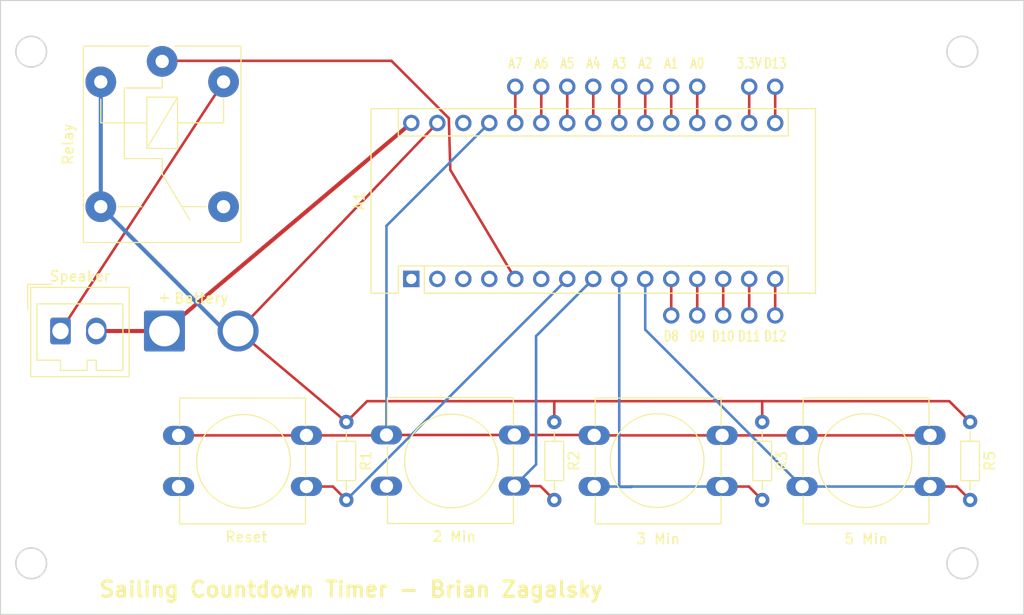
<source format=kicad_pcb>
(kicad_pcb (version 20211014) (generator pcbnew)
  (title_block (date "sam. 04 avril 2015"))
  (layers (0 "F.Cu" signal) (31 "B.Cu" signal) (34 "B.Paste" user) (35 "F.Paste" user) (36 "B.SilkS" user "B.Silkscreen") (37 "F.SilkS" user "F.Silkscreen") (38 "B.Mask" user) (39 "F.Mask" user) (44 "Edge.Cuts" user))
  (net 0 "")
  (net 1 "Net-(SW1-Pad1)")
  (net 2 "Net-(R1-Pad2)")
  (net 3 "Net-(R2-Pad2)")
  (net 4 "Net-(R3-Pad2)")
  (net 5 "Net-(R5-Pad2)")
  (net 11 "unconnected-(A1-Pad12)")
  (net 12 "unconnected-(A1-Pad13)")
  (net 13 "unconnected-(A1-Pad14)")
  (net 14 "unconnected-(A1-Pad15)")
  (net 15 "unconnected-(A1-Pad16)")
  (net 16 "unconnected-(A1-Pad17)")
  (net 18 "unconnected-(A1-Pad19)")
  (net 19 "unconnected-(A1-Pad20)")
  (net 20 "unconnected-(A1-Pad21)")
  (net 21 "unconnected-(A1-Pad22)")
  (net 22 "unconnected-(A1-Pad23)")
  (net 23 "unconnected-(A1-Pad24)")
  (net 24 "unconnected-(A1-Pad25)")
  (net 25 "unconnected-(A1-Pad26)")
  (net 27 "Net-(LS1-Pad1)")
  (net 28 "Net-(V2-Pad2)")
  (net 29 "Net-(LS1-Pad2)")
  (net 31 "Net-(K2-Pad11)")
  (net 32 "unconnected-(A1-Pad11)")
  (footprint "Resistor_THT:R_Axial_DIN0204_L3.6mm_D1.6mm_P7.62mm_Horizontal" (layer "F.Cu") (at 191.44 96.19 -90)
    (fp_text reference "R3" (at 3.81 -1.92 90) (layer "F.SilkS"))
    (fp_text value "10k")
    (fp_line (start 0.94 0) (end 1.89 0) (layer "F.SilkS") (width 0.12))
    (fp_line (start 1.89 0.92) (end 5.73 0.92) (layer "F.SilkS") (width 0.12))
    (fp_line (start 1.89 -0.92) (end 1.89 0.92) (layer "F.SilkS") (width 0.12))
    (fp_line (start 5.73 -0.92) (end 1.89 -0.92) (layer "F.SilkS") (width 0.12))
    (fp_line (start 6.68 0) (end 5.73 0) (layer "F.SilkS") (width 0.12))
    (fp_line (start 5.73 0.92) (end 5.73 -0.92) (layer "F.SilkS") (width 0.12))
    (pad "1" thru_hole circle (at 0 0 270) (size 1.4 1.4) (drill 0.7) (layers *.Cu *.Mask) (net 28 "Net-(V2-Pad2)"))
    (pad "2" thru_hole oval (at 7.62 0 270) (size 1.4 1.4) (drill 0.7) (layers *.Cu *.Mask) (net 4 "Net-(R3-Pad2)"))
  )
  (footprint "Arduino_MountingHole:MountingHole_1.2mm" (layer "F.Cu") (at 192.71 85.776)
    (fp_text reference "D12" (at 0 2.032) (layer "F.SilkS") (effects (font (size 1 0.75))))
    (fp_text value "MountingHole_1.2mm")
    (pad "" thru_hole circle locked (at 0 0) (size 1.6 1.6) (drill 1) (layers *.Cu *.Mask) (net 14 "unconnected-(A1-Pad15)"))
  )
  (footprint "Resistor_THT:R_Axial_DIN0204_L3.6mm_D1.6mm_P7.62mm_Horizontal" (layer "F.Cu") (at 150.8 96.19 -90)
    (fp_text reference "R1" (at 3.81 -1.92 90) (layer "F.SilkS"))
    (fp_text value "10k")
    (fp_line (start 1.89 -0.92) (end 1.89 0.92) (layer "F.SilkS") (width 0.12))
    (fp_line (start 1.89 0.92) (end 5.73 0.92) (layer "F.SilkS") (width 0.12))
    (fp_line (start 6.68 0) (end 5.73 0) (layer "F.SilkS") (width 0.12))
    (fp_line (start 0.94 0) (end 1.89 0) (layer "F.SilkS") (width 0.12))
    (fp_line (start 5.73 0.92) (end 5.73 -0.92) (layer "F.SilkS") (width 0.12))
    (fp_line (start 5.73 -0.92) (end 1.89 -0.92) (layer "F.SilkS") (width 0.12))
    (pad "1" thru_hole circle (at 0 0 270) (size 1.4 1.4) (drill 0.7) (layers *.Cu *.Mask) (net 28 "Net-(V2-Pad2)"))
    (pad "2" thru_hole oval (at 7.62 0 270) (size 1.4 1.4) (drill 0.7) (layers *.Cu *.Mask) (net 2 "Net-(R1-Pad2)"))
  )
  (footprint "Button_Switch_THT:SW_PUSH-12mm" (layer "F.Cu") (at 207.84 102.5 180)
    (fp_text reference "SW4")
    (fp_text value "5 Min" (at 6.24 -5.12) (layer "F.SilkS"))
    (fp_line (start 12.4 8.65) (end 0.1 8.65) (layer "F.SilkS") (width 0.12))
    (fp_line (start 0.1 4.07) (end 0.1 0.93) (layer "F.SilkS") (width 0.12))
    (fp_line (start 0.1 8.65) (end 0.1 5.93) (layer "F.SilkS") (width 0.12))
    (fp_line (start 0.1 -0.93) (end 0.1 -3.65) (layer "F.SilkS") (width 0.12))
    (fp_line (start 12.4 0.93) (end 12.4 4.07) (layer "F.SilkS") (width 0.12))
    (fp_line (start 12.4 5.93) (end 12.4 8.65) (layer "F.SilkS") (width 0.12))
    (fp_line (start 12.4 -3.65) (end 12.4 -0.93) (layer "F.SilkS") (width 0.12))
    (fp_line (start 0.1 -3.65) (end 12.4 -3.65) (layer "F.SilkS") (width 0.12))
    (fp_circle (center 6.35 2.54) (end 10.16 5.08) (layer "F.SilkS") (width 0.12) (fill none))
    (pad "1" thru_hole oval (at 0 0 180) (size 3.048 1.85) (drill 1.3) (layers *.Cu *.Mask) (net 5 "Net-(R5-Pad2)"))
    (pad "1" thru_hole oval (at 12.5 0 180) (size 3.048 1.85) (drill 1.3) (layers *.Cu *.Mask) (net 5 "Net-(R5-Pad2)"))
    (pad "2" thru_hole oval (at 12.5 5 180) (size 3.048 1.85) (drill 1.3) (layers *.Cu *.Mask) (net 1 "Net-(SW1-Pad1)"))
    (pad "2" thru_hole oval (at 0 5 180) (size 3.048 1.85) (drill 1.3) (layers *.Cu *.Mask) (net 1 "Net-(SW1-Pad1)"))
  )
  (footprint "Arduino_MountingHole:MountingHole_1.2mm" (layer "F.Cu") (at 172.39 63.424)
    (fp_text reference "A5" (at 0 -2.286) (layer "F.SilkS") (effects (font (size 1 0.75))))
    (fp_text value "MountingHole_1.2mm")
    (pad "" thru_hole circle locked (at 0 0) (size 1.6 1.6) (drill 1) (layers *.Cu *.Mask) (net 23 "unconnected-(A1-Pad24)"))
  )
  (footprint "Arduino_MountingHole:MountingHole_1.2mm" (layer "F.Cu") (at 190.17 85.776)
    (fp_text reference "D11" (at 0 2.032) (layer "F.SilkS") (effects (font (size 1 0.75))))
    (fp_text value "MountingHole_1.2mm")
    (pad "" thru_hole circle locked (at 0 0) (size 1.6 1.6) (drill 1) (layers *.Cu *.Mask) (net 13 "unconnected-(A1-Pad14)"))
  )
  (footprint "Arduino_MountingHole:MountingHole_1.2mm" (layer "F.Cu") (at 174.93 63.424)
    (fp_text reference "A4" (at 0 -2.286) (layer "F.SilkS") (effects (font (size 1 0.75))))
    (fp_text value "MountingHole_1.2mm")
    (pad "" thru_hole circle locked (at 0 0) (size 1.6 1.6) (drill 1) (layers *.Cu *.Mask) (net 22 "unconnected-(A1-Pad23)"))
  )
  (footprint "Button_Switch_THT:SW_PUSH-12mm" (layer "F.Cu") (at 154.72 97.46)
    (fp_text reference "SW2")
    (fp_text value "2 Min" (at 6.62 9.93) (layer "F.SilkS"))
    (fp_line (start 0.1 4.07) (end 0.1 0.93) (layer "F.SilkS") (width 0.12))
    (fp_line (start 12.4 -3.65) (end 12.4 -0.93) (layer "F.SilkS") (width 0.12))
    (fp_line (start 0.1 8.65) (end 0.1 5.93) (layer "F.SilkS") (width 0.12))
    (fp_line (start 12.4 0.93) (end 12.4 4.07) (layer "F.SilkS") (width 0.12))
    (fp_line (start 0.1 -0.93) (end 0.1 -3.65) (layer "F.SilkS") (width 0.12))
    (fp_line (start 12.4 5.93) (end 12.4 8.65) (layer "F.SilkS") (width 0.12))
    (fp_line (start 12.4 8.65) (end 0.1 8.65) (layer "F.SilkS") (width 0.12))
    (fp_line (start 0.1 -3.65) (end 12.4 -3.65) (layer "F.SilkS") (width 0.12))
    (fp_circle (center 6.35 2.54) (end 10.16 5.08) (layer "F.SilkS") (width 0.12) (fill none))
    (pad "1" thru_hole oval (at 0 0) (size 3.048 1.85) (drill 1.3) (layers *.Cu *.Mask) (net 1 "Net-(SW1-Pad1)"))
    (pad "1" thru_hole oval (at 12.5 0) (size 3.048 1.85) (drill 1.3) (layers *.Cu *.Mask) (net 1 "Net-(SW1-Pad1)"))
    (pad "2" thru_hole oval (at 0 5) (size 3.048 1.85) (drill 1.3) (layers *.Cu *.Mask) (net 3 "Net-(R2-Pad2)"))
    (pad "2" thru_hole oval (at 12.5 5) (size 3.048 1.85) (drill 1.3) (layers *.Cu *.Mask) (net 3 "Net-(R2-Pad2)"))
  )
  (footprint "Arduino_MountingHole:MountingHole_1.2mm" (layer "F.Cu") (at 185.09 85.776)
    (fp_text reference "D9" (at 0 2.032) (layer "F.SilkS") (effects (font (size 1 0.75))))
    (fp_text value "MountingHole_1.2mm")
    (pad "" thru_hole circle locked (at 0 0) (size 1.6 1.6) (drill 1) (layers *.Cu *.Mask) (net 11 "unconnected-(A1-Pad12)"))
  )
  (footprint "Arduino_MountingHole:MountingHole_1.2mm" (layer "F.Cu") (at 190.17 63.424)
    (fp_text reference "3.3V" (at 0 -2.286) (layer "F.SilkS") (effects (font (size 1 0.75))))
    (fp_text value "MountingHole_1.2mm")
    (pad "" thru_hole circle locked (at 0 0) (size 1.6 1.6) (drill 1) (layers *.Cu *.Mask) (net 16 "unconnected-(A1-Pad17)"))
  )
  (footprint "Resistor_THT:R_Axial_DIN0204_L3.6mm_D1.6mm_P7.62mm_Horizontal" (layer "F.Cu") (at 171.12 96.19 -90)
    (fp_text reference "R2" (at 3.81 -1.92 90) (layer "F.SilkS"))
    (fp_text value "10k")
    (fp_line (start 1.89 0.92) (end 5.73 0.92) (layer "F.SilkS") (width 0.12))
    (fp_line (start 6.68 0) (end 5.73 0) (layer "F.SilkS") (width 0.12))
    (fp_line (start 1.89 -0.92) (end 1.89 0.92) (layer "F.SilkS") (width 0.12))
    (fp_line (start 5.73 -0.92) (end 1.89 -0.92) (layer "F.SilkS") (width 0.12))
    (fp_line (start 0.94 0) (end 1.89 0) (layer "F.SilkS") (width 0.12))
    (fp_line (start 5.73 0.92) (end 5.73 -0.92) (layer "F.SilkS") (width 0.12))
    (pad "1" thru_hole circle (at 0 0 270) (size 1.4 1.4) (drill 0.7) (layers *.Cu *.Mask) (net 28 "Net-(V2-Pad2)"))
    (pad "2" thru_hole oval (at 7.62 0 270) (size 1.4 1.4) (drill 0.7) (layers *.Cu *.Mask) (net 3 "Net-(R2-Pad2)"))
  )
  (footprint "Relay_THT:Relay_SPDT_Finder_36.11" (layer "F.Cu") (at 132.8 60.95 -90)
    (fp_text reference "Relay" (at 8.1 9.2 90) (layer "F.SilkS"))
    (fp_text value "FINDER-36.11")
    (fp_line (start 9.5 3.7) (end 2.6 3.7) (layer "F.SilkS") (width 0.12))
    (fp_line (start 8.5 1.5) (end 3.5 1.5) (layer "F.SilkS") (width 0.12))
    (fp_line (start -1.5 -7.7) (end -1.5 -1.2) (layer "F.SilkS") (width 0.12))
    (fp_line (start 14.2 4.3) (end 14.2 2) (layer "F.SilkS") (width 0.12))
    (fp_line (start 2.6 0) (end 2.6 3.7) (layer "F.SilkS") (width 0.12))
    (fp_line (start 11 0) (end 15.5 -2.7) (layer "F.SilkS") (width 0.12))
    (fp_line (start 3.5 -1.5) (end 8.5 -1.5) (layer "F.SilkS") (width 0.12))
    (fp_line (start 8.5 1.5) (end 3.5 -1.5) (layer "F.SilkS") (width 0.12))
    (fp_line (start 17.7 -7.7) (end 17.7 7.7) (layer "F.SilkS") (width 0.12))
    (fp_line (start 14.2 -4.3) (end 14.2 -2) (layer "F.SilkS") (width 0.12))
    (fp_line (start 9.5 0) (end 11 0) (layer "F.SilkS") (width 0.12))
    (fp_line (start 17.7 7.7) (end -1.5 7.7) (layer "F.SilkS") (width 0.12))
    (fp_line (start 3.5 1.5) (end 3.5 -1.5) (layer "F.SilkS") (width 0.12))
    (fp_line (start 3.7 6) (end 6 6) (layer "F.SilkS") (width 0.12))
    (fp_line (start 2.6 0) (end 1.7 0) (layer "F.SilkS") (width 0.12))
    (fp_line (start 6 1.5) (end 6 6) (layer "F.SilkS") (width 0.12))
    (fp_line (start -1.5 -7.7) (end 17.7 -7.7) (layer "F.SilkS") (width 0.12))
    (fp_line (start 9.5 0) (end 9.5 3.7) (layer "F.SilkS") (width 0.12))
    (fp_line (start -1.5 1.2) (end -1.5 7.7) (layer "F.SilkS") (width 0.12))
    (fp_line (start 8.5 -1.5) (end 8.5 1.5) (layer "F.SilkS") (width 0.12))
    (fp_line (start 6 -6) (end 3.7 -6) (layer "F.SilkS") (width 0.12))
    (fp_line (start 6 -6) (end 6 -1.5) (layer "F.SilkS") (width 0.12))
    (pad "11" thru_hole circle (at 0 0 270) (size 3 3) (drill 1.3) (layers *.Cu *.Mask) (net 31 "Net-(K2-Pad11)"))
    (pad "12" thru_hole circle (at 14.2 -6 270) (size 3 3) (drill 1.3) (layers *.Cu *.Mask))
    (pad "14" thru_hole circle (at 14.2 6 270) (size 3 3) (drill 1.3) (layers *.Cu *.Mask) (net 28 "Net-(V2-Pad2)"))
    (pad "A1" thru_hole circle (at 2 6 270) (size 3 3) (drill 1.3) (layers *.Cu *.Mask) (net 28 "Net-(V2-Pad2)"))
    (pad "A2" thru_hole circle (at 2 -6 270) (size 3 3) (drill 1.3) (layers *.Cu *.Mask) (net 27 "Net-(LS1-Pad1)"))
  )
  (footprint "Arduino_MountingHole:MountingHole_1.2mm" (layer "F.Cu") (at 187.63 85.776)
    (fp_text reference "D10" (at 0 2.032) (layer "F.SilkS") (effects (font (size 1 0.75))))
    (fp_text value "MountingHole_1.2mm")
    (pad "" thru_hole circle locked (at 0 0) (size 1.6 1.6) (drill 1) (layers *.Cu *.Mask) (net 12 "unconnected-(A1-Pad13)"))
  )
  (footprint "Arduino_MountingHole:MountingHole_1.2mm" (layer "F.Cu") (at 185.09 63.424)
    (fp_text reference "A0" (at 0 -2.286) (layer "F.SilkS") (effects (font (size 1 0.75))))
    (fp_text value "MountingHole_1.2mm")
    (pad "" thru_hole circle locked (at 0 0) (size 1.6 1.6) (drill 1) (layers *.Cu *.Mask) (net 18 "unconnected-(A1-Pad19)"))
  )
  (footprint "Connector_Wago:Wago_734-132_1x02_P3.50mm_Vertical" (layer "F.Cu") (at 122.86 87.3)
    (fp_text reference "Speaker" (at 1.9 -5.35) (layer "F.SilkS"))
    (fp_text value "Speaker")
    (fp_line (start 6.71 -4.26) (end -2.91 -4.26) (layer "F.SilkS") (width 0.12))
    (fp_line (start -2.3 -2.65) (end -2.3 2.85) (layer "F.SilkS") (width 0.12))
    (fp_line (start 3.5 3.85) (end 6.1 3.85) (layer "F.SilkS") (width 0.12))
    (fp_line (start -2.91 -4.26) (end -2.91 4.46) (layer "F.SilkS") (width 0.12))
    (fp_line (start -3.21 -2.15) (end -3.21 -4.56) (layer "F.SilkS") (width 0.12))
    (fp_line (start -2.91 4.46) (end 6.71 4.46) (layer "F.SilkS") (width 0.12))
    (fp_line (start 0 2.85) (end 0 3.85) (layer "F.SilkS") (width 0.12))
    (fp_line (start 6.1 -2.65) (end -2.3 -2.65) (layer "F.SilkS") (width 0.12))
    (fp_line (start 6.1 3.85) (end 6.1 -2.65) (layer "F.SilkS") (width 0.12))
    (fp_line (start 2.6 3.85) (end 2.6 2.85) (layer "F.SilkS") (width 0.12))
    (fp_line (start 2.6 2.85) (end 3.5 2.85) (layer "F.SilkS") (width 0.12))
    (fp_line (start 6.71 4.46) (end 6.71 -4.26) (layer "F.SilkS") (width 0.12))
    (fp_line (start 0 3.85) (end 2.6 3.85) (layer "F.SilkS") (width 0.12))
    (fp_line (start 3.5 2.85) (end 3.5 3.85) (layer "F.SilkS") (width 0.12))
    (fp_line (start -2.3 2.85) (end 0 2.85) (layer "F.SilkS") (width 0.12))
    (fp_line (start -3.21 -4.56) (end -0.8 -4.56) (layer "F.SilkS") (width 0.12))
    (pad "1" thru_hole roundrect (at 0 0) (size 2 2.6) (drill 1.6) (layers *.Cu *.Mask) (roundrect_rratio 0.125) (net 27 "Net-(LS1-Pad1)"))
    (pad "2" thru_hole oval (at 3.5 0) (size 2 2.6) (drill 1.6) (layers *.Cu *.Mask) (net 29 "Net-(LS1-Pad2)"))
  )
  (footprint "Arduino_MountingHole:MountingHole_1.2mm" (layer "F.Cu") (at 167.31 63.424)
    (fp_text reference "A7" (at 0 -2.286) (layer "F.SilkS") (effects (font (size 1 0.75))))
    (fp_text value "MountingHole_1.2mm")
    (pad "" thru_hole circle locked (at 0 0) (size 1.6 1.6) (drill 1) (layers *.Cu *.Mask) (net 25 "unconnected-(A1-Pad26)"))
  )
  (footprint "Button_Switch_THT:SW_PUSH-12mm" (layer "F.Cu") (at 134.4 97.5)
    (fp_text reference "SW1")
    (fp_text value "Reset" (at 6.62 9.93) (layer "F.SilkS"))
    (fp_line (start 0.1 -0.93) (end 0.1 -3.65) (layer "F.SilkS") (width 0.12))
    (fp_line (start 12.4 5.93) (end 12.4 8.65) (layer "F.SilkS") (width 0.12))
    (fp_line (start 0.1 -3.65) (end 12.4 -3.65) (layer "F.SilkS") (width 0.12))
    (fp_line (start 0.1 8.65) (end 0.1 5.93) (layer "F.SilkS") (width 0.12))
    (fp_line (start 0.1 4.07) (end 0.1 0.93) (layer "F.SilkS") (width 0.12))
    (fp_line (start 12.4 -3.65) (end 12.4 -0.93) (layer "F.SilkS") (width 0.12))
    (fp_line (start 12.4 0.93) (end 12.4 4.07) (layer "F.SilkS") (width 0.12))
    (fp_line (start 12.4 8.65) (end 0.1 8.65) (layer "F.SilkS") (width 0.12))
    (fp_circle (center 6.35 2.54) (end 10.16 5.08) (layer "F.SilkS") (width 0.12) (fill none))
    (pad "1" thru_hole oval (at 0 0) (size 3.048 1.85) (drill 1.3) (layers *.Cu *.Mask) (net 1 "Net-(SW1-Pad1)"))
    (pad "1" thru_hole oval (at 12.5 0) (size 3.048 1.85) (drill 1.3) (layers *.Cu *.Mask) (net 1 "Net-(SW1-Pad1)"))
    (pad "2" thru_hole oval (at 0 5) (size 3.048 1.85) (drill 1.3) (layers *.Cu *.Mask) (net 2 "Net-(R1-Pad2)"))
    (pad "2" thru_hole oval (at 12.5 5) (size 3.048 1.85) (drill 1.3) (layers *.Cu *.Mask) (net 2 "Net-(R1-Pad2)"))
  )
  (footprint "Arduino_MountingHole:MountingHole_1.2mm" (layer "F.Cu") (at 182.55 63.424)
    (fp_text reference "A1" (at 0 -2.286) (layer "F.SilkS") (effects (font (size 1 0.75))))
    (fp_text value "MountingHole_1.2mm")
    (pad "" thru_hole circle locked (at 0 0) (size 1.6 1.6) (drill 1) (layers *.Cu *.Mask) (net 19 "unconnected-(A1-Pad20)"))
  )
  (footprint "Arduino_MountingHole:MountingHole_1.2mm" (layer "F.Cu") (at 182.55 85.776)
    (fp_text reference "D8" (at 0 2.032) (layer "F.SilkS") (effects (font (size 1 0.75))))
    (fp_text value "MountingHole_1.2mm")
    (pad "" thru_hole circle locked (at 0 0) (size 1.6 1.6) (drill 1) (layers *.Cu *.Mask) (net 32 "unconnected-(A1-Pad11)"))
  )
  (footprint "Resistor_THT:R_Axial_DIN0204_L3.6mm_D1.6mm_P7.62mm_Horizontal" (layer "F.Cu") (at 211.76 96.19 -90)
    (fp_text reference "R5" (at 3.81 -1.92 90) (layer "F.SilkS"))
    (fp_text value "10k")
    (fp_line (start 5.73 -0.92) (end 1.89 -0.92) (layer "F.SilkS") (width 0.12))
    (fp_line (start 5.73 0.92) (end 5.73 -0.92) (layer "F.SilkS") (width 0.12))
    (fp_line (start 1.89 -0.92) (end 1.89 0.92) (layer "F.SilkS") (width 0.12))
    (fp_line (start 0.94 0) (end 1.89 0) (layer "F.SilkS") (width 0.12))
    (fp_line (start 6.68 0) (end 5.73 0) (layer "F.SilkS") (width 0.12))
    (fp_line (start 1.89 0.92) (end 5.73 0.92) (layer "F.SilkS") (width 0.12))
    (pad "1" thru_hole circle (at 0 0 270) (size 1.4 1.4) (drill 0.7) (layers *.Cu *.Mask) (net 28 "Net-(V2-Pad2)"))
    (pad "2" thru_hole oval (at 7.62 0 270) (size 1.4 1.4) (drill 0.7) (layers *.Cu *.Mask) (net 5 "Net-(R5-Pad2)"))
  )
  (footprint "Arduino_MountingHole:MountingHole_1.2mm" (layer "F.Cu") (at 169.85 63.424)
    (fp_text reference "A6" (at 0 -2.286) (layer "F.SilkS") (effects (font (size 1 0.75))))
    (fp_text value "MountingHole_1.2mm")
    (pad "" thru_hole circle locked (at 0 0) (size 1.6 1.6) (drill 1) (layers *.Cu *.Mask) (net 24 "unconnected-(A1-Pad25)"))
  )
  (footprint "Arduino_MountingHole:MountingHole_1.2mm" (layer "F.Cu") (at 180.01 63.424)
    (fp_text reference "A2" (at 0 -2.286) (layer "F.SilkS") (effects (font (size 1 0.75))))
    (fp_text value "MountingHole_1.2mm")
    (pad "" thru_hole circle locked (at 0 0) (size 1.6 1.6) (drill 1) (layers *.Cu *.Mask) (net 20 "unconnected-(A1-Pad21)"))
  )
  (footprint "Arduino_MountingHole:MountingHole_1.2mm" (layer "F.Cu") (at 192.71 63.424)
    (fp_text reference "D13" (at 0 -2.286) (layer "F.SilkS") (effects (font (size 1 0.75))))
    (fp_text value "MountingHole_1.2mm")
    (pad "" thru_hole circle locked (at 0 0) (size 1.6 1.6) (drill 1) (layers *.Cu *.Mask) (net 15 "unconnected-(A1-Pad16)"))
  )
  (footprint "Arduino_MountingHole:MountingHole_1.2mm" (layer "F.Cu") (at 177.47 63.424)
    (fp_text reference "A3" (at 0 -2.286) (layer "F.SilkS") (effects (font (size 1 0.75))))
    (fp_text value "MountingHole_1.2mm")
    (pad "" thru_hole circle locked (at 0 0) (size 1.6 1.6) (drill 1) (layers *.Cu *.Mask) (net 21 "unconnected-(A1-Pad22)"))
  )
  (footprint "Button_Switch_THT:SW_PUSH-12mm" (layer "F.Cu") (at 187.52 102.5 180)
    (fp_text reference "SW3")
    (fp_text value "3 Min" (at 6.24 -5.12) (layer "F.SilkS"))
    (fp_line (start 12.4 -3.65) (end 12.4 -0.93) (layer "F.SilkS") (width 0.12))
    (fp_line (start 12.4 8.65) (end 0.1 8.65) (layer "F.SilkS") (width 0.12))
    (fp_line (start 0.1 -3.65) (end 12.4 -3.65) (layer "F.SilkS") (width 0.12))
    (fp_line (start 0.1 4.07) (end 0.1 0.93) (layer "F.SilkS") (width 0.12))
    (fp_line (start 12.4 0.93) (end 12.4 4.07) (layer "F.SilkS") (width 0.12))
    (fp_line (start 0.1 8.65) (end 0.1 5.93) (layer "F.SilkS") (width 0.12))
    (fp_line (start 0.1 -0.93) (end 0.1 -3.65) (layer "F.SilkS") (width 0.12))
    (fp_line (start 12.4 5.93) (end 12.4 8.65) (layer "F.SilkS") (width 0.12))
    (fp_circle (center 6.35 2.54) (end 10.16 5.08) (layer "F.SilkS") (width 0.12) (fill none))
    (pad "1" thru_hole oval (at 12.5 0 180) (size 3.048 1.85) (drill 1.3) (layers *.Cu *.Mask) (net 4 "Net-(R3-Pad2)"))
    (pad "1" thru_hole oval (at 0 0 180) (size 3.048 1.85) (drill 1.3) (layers *.Cu *.Mask) (net 4 "Net-(R3-Pad2)"))
    (pad "2" thru_hole oval (at 0 5 180) (size 3.048 1.85) (drill 1.3) (layers *.Cu *.Mask) (net 1 "Net-(SW1-Pad1)"))
    (pad "2" thru_hole oval (at 12.5 5 180) (size 3.048 1.85) (drill 1.3) (layers *.Cu *.Mask) (net 1 "Net-(SW1-Pad1)"))
  )
  (footprint "Module:Arduino_Nano" (layer "F.Cu") (at 157.15 82.21 90)
    (fp_text reference "A1" (at 7.62 -5.08 90) (layer "F.SilkS"))
    (fp_text value "Arduino_Nano_v3.x")
    (fp_line (start 1.27 1.27) (end 1.27 36.83) (layer "F.SilkS") (width 0.12))
    (fp_line (start -1.4 1.27) (end -1.4 39.5) (layer "F.SilkS") (width 0.12))
    (fp_line (start 13.97 -1.27) (end 13.97 36.83) (layer "F.SilkS") (width 0.12))
    (fp_line (start 1.27 -1.27) (end -1.4 -1.27) (layer "F.SilkS") (width 0.12))
    (fp_line (start 1.27 1.27) (end 1.27 -1.27) (layer "F.SilkS") (width 0.12))
    (fp_line (start 13.97 36.83) (end 16.64 36.83) (layer "F.SilkS") (width 0.12))
    (fp_line (start 1.27 36.83) (end -1.4 36.83) (layer "F.SilkS") (width 0.12))
    (fp_line (start 13.97 -1.27) (end 16.64 -1.27) (layer "F.SilkS") (width 0.12))
    (fp_line (start 1.27 1.27) (end -1.4 1.27) (layer "F.SilkS") (width 0.12))
    (fp_line (start -1.4 39.5) (end 16.64 39.5) (layer "F.SilkS") (width 0.12))
    (fp_line (start 16.64 39.5) (end 16.64 -3.94) (layer "F.SilkS") (width 0.12))
    (fp_line (start 16.64 -3.94) (end -1.4 -3.94) (layer "F.SilkS") (width 0.12))
    (fp_line (start -1.4 -3.94) (end -1.4 -1.27) (layer "F.SilkS") (width 0.12))
    (pad "1" thru_hole rect locked (at 0 0 90) (size 1.6 1.6) (drill 1) (layers *.Cu *.Mask))
    (pad "2" thru_hole oval locked (at 0 2.54 90) (size 1.6 1.6) (drill 1) (layers *.Cu *.Mask))
    (pad "3" thru_hole oval locked (at 0 5.08 90) (size 1.6 1.6) (drill 1) (layers *.Cu *.Mask))
    (pad "4" thru_hole oval locked (at 0 7.62 90) (size 1.6 1.6) (drill 1) (layers *.Cu *.Mask))
    (pad "5" thru_hole oval locked (at 0 10.16 90) (size 1.6 1.6) (drill 1) (layers *.Cu *.Mask) (net 31 "Net-(K2-Pad11)"))
    (pad "6" thru_hole oval locked (at 0 12.7 90) (size 1.6 1.6) (drill 1) (layers *.Cu *.Mask))
    (pad "7" thru_hole oval locked (at 0 15.24 90) (size 1.6 1.6) (drill 1) (layers *.Cu *.Mask) (net 2 "Net-(R1-Pad2)"))
    (pad "8" thru_hole oval locked (at 0 17.78 90) (size 1.6 1.6) (drill 1) (layers *.Cu *.Mask) (net 3 "Net-(R2-Pad2)"))
    (pad "9" thru_hole oval locked (at 0 20.32 90) (size 1.6 1.6) (drill 1) (layers *.Cu *.Mask) (net 4 "Net-(R3-Pad2)"))
    (pad "10" thru_hole oval locked (at 0 22.86 90) (size 1.6 1.6) (drill 1) (layers *.Cu *.Mask) (net 5 "Net-(R5-Pad2)"))
    (pad "11" thru_hole oval locked (at 0 25.4 90) (size 1.6 1.6) (drill 1) (layers *.Cu *.Mask) (net 32 "unconnected-(A1-Pad11)"))
    (pad "12" thru_hole oval locked (at 0 27.94 90) (size 1.6 1.6) (drill 1) (layers *.Cu *.Mask) (net 11 "unconnected-(A1-Pad12)"))
    (pad "13" thru_hole oval locked (at 0 30.48 90) (size 1.6 1.6) (drill 1) (layers *.Cu *.Mask) (net 12 "unconnected-(A1-Pad13)"))
    (pad "14" thru_hole oval locked (at 0 33.02 90) (size 1.6 1.6) (drill 1) (layers *.Cu *.Mask) (net 13 "unconnected-(A1-Pad14)"))
    (pad "15" thru_hole oval locked (at 0 35.56 90) (size 1.6 1.6) (drill 1) (layers *.Cu *.Mask) (net 14 "unconnected-(A1-Pad15)"))
    (pad "16" thru_hole oval locked (at 15.24 35.56 90) (size 1.6 1.6) (drill 1) (layers *.Cu *.Mask) (net 15 "unconnected-(A1-Pad16)"))
    (pad "17" thru_hole oval locked (at 15.24 33.02 90) (size 1.6 1.6) (drill 1) (layers *.Cu *.Mask) (net 16 "unconnected-(A1-Pad17)"))
    (pad "18" thru_hole oval locked (at 15.24 30.48 90) (size 1.6 1.6) (drill 1) (layers *.Cu *.Mask))
    (pad "19" thru_hole oval locked (at 15.24 27.94 90) (size 1.6 1.6) (drill 1) (layers *.Cu *.Mask) (net 18 "unconnected-(A1-Pad19)"))
    (pad "20" thru_hole oval locked (at 15.24 25.4 90) (size 1.6 1.6) (drill 1) (layers *.Cu *.Mask) (net 19 "unconnected-(A1-Pad20)"))
    (pad "21" thru_hole oval locked (at 15.24 22.86 90) (size 1.6 1.6) (drill 1) (layers *.Cu *.Mask) (net 20 "unconnected-(A1-Pad21)"))
    (pad "22" thru_hole oval locked (at 15.24 20.32 90) (size 1.6 1.6) (drill 1) (layers *.Cu *.Mask) (net 21 "unconnected-(A1-Pad22)"))
    (pad "23" thru_hole oval locked (at 15.24 17.78 90) (size 1.6 1.6) (drill 1) (layers *.Cu *.Mask) (net 22 "unconnected-(A1-Pad23)"))
    (pad "24" thru_hole oval locked (at 15.24 15.24 90) (size 1.6 1.6) (drill 1) (layers *.Cu *.Mask) (net 23 "unconnected-(A1-Pad24)"))
    (pad "25" thru_hole oval locked (at 15.24 12.7 90) (size 1.6 1.6) (drill 1) (layers *.Cu *.Mask) (net 24 "unconnected-(A1-Pad25)"))
    (pad "26" thru_hole oval locked (at 15.24 10.16 90) (size 1.6 1.6) (drill 1) (layers *.Cu *.Mask) (net 25 "unconnected-(A1-Pad26)"))
    (pad "27" thru_hole oval locked (at 15.24 7.62 90) (size 1.6 1.6) (drill 1) (layers *.Cu *.Mask) (net 1 "Net-(SW1-Pad1)"))
    (pad "28" thru_hole oval locked (at 15.24 5.08 90) (size 1.6 1.6) (drill 1) (layers *.Cu *.Mask))
    (pad "29" thru_hole oval locked (at 15.24 2.54 90) (size 1.6 1.6) (drill 1) (layers *.Cu *.Mask) (net 28 "Net-(V2-Pad2)"))
    (pad "30" thru_hole oval locked (at 15.24 0 90) (size 1.6 1.6) (drill 1) (layers *.Cu *.Mask) (net 29 "Net-(LS1-Pad2)"))
  )
  (footprint "Connector_Wire:SolderWire-2.5sqmm_1x02_P7.2mm_D2.4mm_OD3.6mm" (layer "F.Cu") (at 133.02 87.3)
    (fp_text reference "Battery" (at 3.6 -3.2) (layer "F.SilkS"))
    (fp_text value "Battery")
    (pad "1" thru_hole roundrect (at 0 0) (size 4 4) (drill 3) (layers *.Cu *.Mask) (roundrect_rratio 0.0625) (net 29 "Net-(LS1-Pad2)"))
    (pad "2" thru_hole circle (at 7.2 0) (size 4 4) (drill 3) (layers *.Cu *.Mask) (net 28 "Net-(V2-Pad2)"))
  )
  (gr_circle (center 120 110) (end 121.5 110) (layer "Edge.Cuts") (width 0.15) (fill none))
  (gr_circle (center 211 60) (end 212.5 60) (layer "Edge.Cuts") (width 0.15) (fill none))
  (gr_rect (start 117 55) (end 217 115) (layer "Edge.Cuts") (width 0.1) (fill none))
  (gr_circle (center 211 110) (end 212.5 110) (layer "Edge.Cuts") (width 0.15) (fill none))
  (gr_circle (center 120 60) (end 121.5 60) (layer "Edge.Cuts") (width 0.15) (fill none))
  (gr_text "Sailing Countdown Timer - Brian Zagalsky" (at 151.2572 112.5476) (layer "F.SilkS") (effects (font (size 1.5 1.5) (thickness 0.3))))
  (gr_text "+" (at 133.02 83.998) (layer "F.SilkS") (effects (font (size 1 1))))
  (segment (start 175.02 97.5) (end 187.52 97.5) (width 0.25) (layer "F.Cu") (net 1))
  (segment (start 146.9 97.5) (end 155.84 97.5) (width 0.25) (layer "F.Cu") (net 1))
  (segment (start 135.6 97.5) (end 146.9 97.5) (width 0.25) (layer "F.Cu") (net 1))
  (segment (start 134.4 97.5) (end 135.52 97.5) (width 0.25) (layer "F.Cu") (net 1))
  (segment (start 155.84 97.5) (end 155.88 97.46) (width 0.25) (layer "F.Cu") (net 1))
  (segment (start 174.98 97.46) (end 175.02 97.5) (width 0.25) (layer "F.Cu") (net 1))
  (segment (start 167.22 97.46) (end 174.98 97.46) (width 0.25) (layer "F.Cu") (net 1))
  (segment (start 135.52 97.5) (end 135.56 97.46) (width 0.25) (layer "F.Cu") (net 1))
  (segment (start 135.56 97.46) (end 135.6 97.5) (width 0.25) (layer "F.Cu") (net 1))
  (segment (start 195.34 97.5) (end 207.84 97.5) (width 0.25) (layer "F.Cu") (net 1))
  (segment (start 187.52 97.5) (end 195.34 97.5) (width 0.25) (layer "F.Cu") (net 1))
  (segment (start 154.72 97.46) (end 167.22 97.46) (width 0.25) (layer "F.Cu") (net 1))
  (segment (start 154.72 77.02) (end 154.72 97.46) (width 0.25) (layer "B.Cu") (net 1))
  (segment (start 164.77 66.97) (end 154.72 77.02) (width 0.25) (layer "B.Cu") (net 1))
  (segment (start 146.9 102.5) (end 149.49 102.5) (width 0.25) (layer "F.Cu") (net 2))
  (segment (start 149.49 102.5) (end 150.8 103.81) (width 0.25) (layer "F.Cu") (net 2))
  (segment (start 150.8 103.81) (end 172.39 82.22) (width 0.25) (layer "B.Cu") (net 2))
  (segment (start 172.39 82.22) (end 172.39 82.21) (width 0.25) (layer "B.Cu") (net 2))
  (segment (start 169.77 102.46) (end 171.12 103.81) (width 0.25) (layer "F.Cu") (net 3))
  (segment (start 167.22 102.46) (end 169.77 102.46) (width 0.25) (layer "F.Cu") (net 3))
  (segment (start 169.342 87.798) (end 174.93 82.21) (width 0.25) (layer "B.Cu") (net 3))
  (segment (start 167.22 102.46) (end 169.342 100.338) (width 0.25) (layer "B.Cu") (net 3))
  (segment (start 169.342 100.338) (end 169.342 87.798) (width 0.25) (layer "B.Cu") (net 3))
  (segment (start 187.52 102.5) (end 190.13 102.5) (width 0.25) (layer "F.Cu") (net 4))
  (segment (start 190.13 102.5) (end 191.44 103.81) (width 0.25) (layer "F.Cu") (net 4))
  (segment (start 177.47 102.54) (end 178.66 102.54) (width 0.25) (layer "B.Cu") (net 4))
  (segment (start 178.7 102.5) (end 175.02 102.5) (width 0.25) (layer "B.Cu") (net 4))
  (segment (start 177.47 82.21) (end 177.47 102.54) (width 0.25) (layer "B.Cu") (net 4))
  (segment (start 178.66 102.54) (end 178.7 102.5) (width 0.25) (layer "B.Cu") (net 4))
  (segment (start 187.52 102.5) (end 178.7 102.5) (width 0.25) (layer "B.Cu") (net 4))
  (segment (start 210.45 102.5) (end 211.76 103.81) (width 0.25) (layer "F.Cu") (net 5))
  (segment (start 207.84 102.5) (end 210.45 102.5) (width 0.25) (layer "F.Cu") (net 5))
  (segment (start 180.01 87.17) (end 180.01 82.21) (width 0.25) (layer "B.Cu") (net 5))
  (segment (start 207.84 102.5) (end 195.34 102.5) (width 0.25) (layer "B.Cu") (net 5))
  (segment (start 195.34 102.5) (end 180.01 87.17) (width 0.25) (layer "B.Cu") (net 5))
  (segment (start 185.09 85.776) (end 185.09 82.21) (width 0.25) (layer "F.Cu") (net 11))
  (segment (start 187.63 85.776) (end 187.63 82.21) (width 0.25) (layer "F.Cu") (net 12))
  (segment (start 190.17 85.776) (end 190.17 82.21) (width 0.25) (layer "F.Cu") (net 13))
  (segment (start 192.71 85.776) (end 192.71 82.21) (width 0.25) (layer "F.Cu") (net 14))
  (segment (start 192.71 66.97) (end 192.71 63.424) (width 0.25) (layer "F.Cu") (net 15))
  (segment (start 190.17 66.97) (end 190.17 63.424) (width 0.25) (layer "F.Cu") (net 16))
  (segment (start 185.09 66.726) (end 185.09 63.424) (width 0.25) (layer "F.Cu") (net 18))
  (segment (start 184.846 66.97) (end 185.09 66.726) (width 0.25) (layer "F.Cu") (net 18))
  (segment (start 185.09 66.97) (end 184.846 66.97) (width 0.25) (layer "F.Cu") (net 18))
  (segment (start 182.55 66.97) (end 182.55 63.424) (width 0.25) (layer "F.Cu") (net 19))
  (segment (start 180.01 66.97) (end 180.01 63.424) (width 0.25) (layer "F.Cu") (net 20))
  (segment (start 177.47 66.98) (end 177.47 63.424) (width 0.25) (layer "F.Cu") (net 21))
  (segment (start 177.47 66.97) (end 177.47 66.98) (width 0.25) (layer "F.Cu") (net 21))
  (segment (start 174.93 66.97) (end 174.93 63.424) (width 0.25) (layer "F.Cu") (net 22))
  (segment (start 172.39 66.97) (end 172.39 63.424) (width 0.25) (layer "F.Cu") (net 23))
  (segment (start 169.85 66.97) (end 169.85 63.424) (width 0.25) (layer "F.Cu") (net 24))
  (segment (start 167.31 66.97) (end 167.31 63.424) (width 0.25) (layer "F.Cu") (net 25))
  (segment (start 122.86 87.3) (end 138.8 62.95) (width 0.25) (layer "F.Cu") (net 27))
  (segment (start 191.44 94.158) (end 171.12 94.158) (width 0.25) (layer "F.Cu") (net 28))
  (segment (start 171.12 94.158) (end 152.832 94.158) (width 0.25) (layer "F.Cu") (net 28))
  (segment (start 152.832 94.158) (end 150.8 96.19) (width 0.25) (layer "F.Cu") (net 28))
  (segment (start 211.76 96.19) (end 209.728 94.158) (width 0.25) (layer "F.Cu") (net 28))
  (segment (start 140.22 87.3) (end 159.69 66.97) (width 0.25) (layer "F.Cu") (net 28))
  (segment (start 191.44 96.19) (end 191.44 94.158) (width 0.25) (layer "F.Cu") (net 28))
  (segment (start 209.728 94.158) (end 191.44 94.158) (width 0.25) (layer "F.Cu") (net 28))
  (segment (start 171.12 96.19) (end 171.12 94.158) (width 0.25) (layer "F.Cu") (net 28))
  (segment (start 150.8 96.19) (end 140.22 87.3) (width 0.25) (layer "F.Cu") (net 28))
  (segment (start 138.95 87.3) (end 140.22 87.3) (width 0.25) (layer "B.Cu") (net 28))
  (segment (start 126.8 63.748896) (end 127.199448 63.349448) (width 0.25) (layer "B.Cu") (net 28))
  (segment (start 126.8 75.15) (end 126.8 63.748896) (width 0.4) (layer "B.Cu") (net 28))
  (segment (start 126.8 75.15) (end 138.95 87.3) (width 0.4) (layer "B.Cu") (net 28))
  (segment (start 133.02 87.3) (end 157.15 66.97) (width 0.4) (layer "F.Cu") (net 29))
  (segment (start 126.36 87.3) (end 133.02 87.3) (width 0.4) (layer "F.Cu") (net 29))
  (segment (start 167.31 82.21) (end 160.96 71.552) (width 0.25) (layer "F.Cu") (net 31))
  (segment (start 160.815 66.504009) (end 155.203491 60.8925) (width 0.25) (layer "F.Cu") (net 31))
  (segment (start 155.203491 60.8925) (end 133.02 60.8925) (width 0.25) (layer "F.Cu") (net 31))
  (segment (start 160.96 71.552) (end 160.815 66.504009) (width 0.25) (layer "F.Cu") (net 31))
  (segment (start 182.55 85.776) (end 182.55 82.21) (width 0.25) (layer "F.Cu") (net 32))
)
</source>
